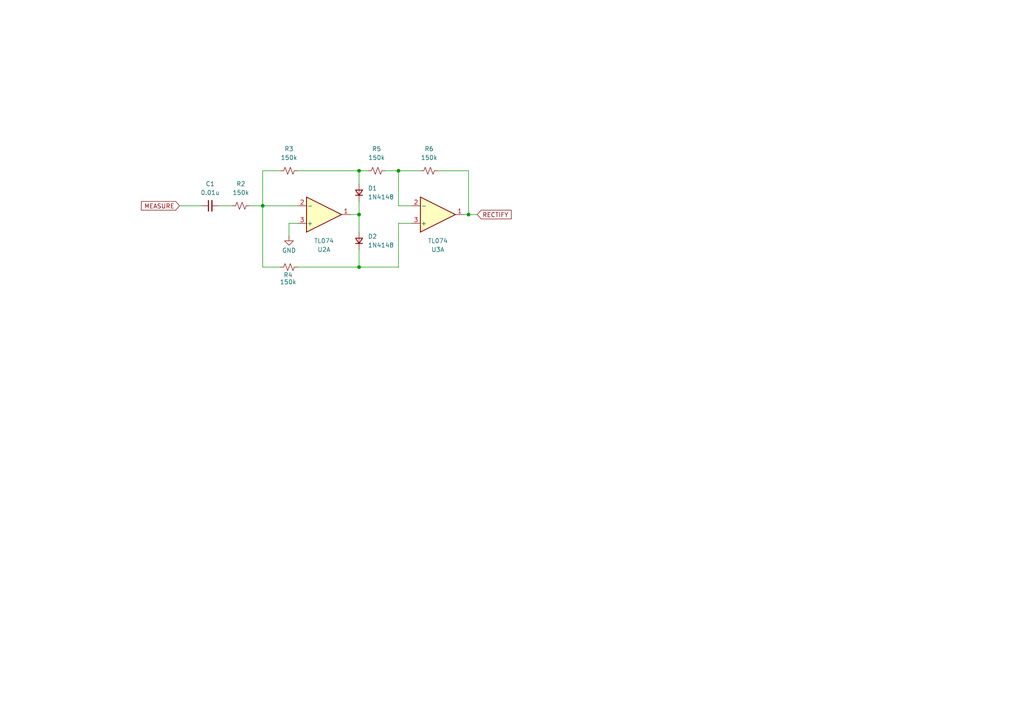
<source format=kicad_sch>
(kicad_sch (version 20231120) (generator "eeschema") (generator_version "8.0")
  (paper "A4")
  (title_block (title "FlexiTrackerEMG") (rev "0.8"))
  (lib_symbols
    (symbol "Amplifier_Operational:TL074" (pin_names (offset 0.127))
      (property "Reference" "U" (at 0 5.08 0))
      (property "Value" "TL074" (at 0 -5.08 0))
      (symbol "TL074_1_1"
        (polyline (pts (xy -5.08 5.08) (xy 5.08 0) (xy -5.08 -5.08) (xy -5.08 5.08)) (stroke (width 0.254)) (fill (type background)))
        (pin output line (at 7.62 0 180) (length 2.54) (name "~") (number "1"))
        (pin input line (at -7.62 -2.54 0) (length 2.54) (name "-") (number "2"))
        (pin input line (at -7.62 2.54 0) (length 2.54) (name "+") (number "3"))
      )
      (symbol "TL074_2_1"
        (polyline (pts (xy -5.08 5.08) (xy 5.08 0) (xy -5.08 -5.08) (xy -5.08 5.08)) (stroke (width 0.254)) (fill (type background)))
        (pin input line (at -7.62 2.54 0) (length 2.54) (name "+") (number "5"))
        (pin input line (at -7.62 -2.54 0) (length 2.54) (name "-") (number "6"))
        (pin output line (at 7.62 0 180) (length 2.54) (name "~") (number "7"))
      )
      (symbol "TL074_3_1"
        (polyline (pts (xy -5.08 5.08) (xy 5.08 0) (xy -5.08 -5.08) (xy -5.08 5.08)) (stroke (width 0.254)) (fill (type background)))
        (pin input line (at -7.62 2.54 0) (length 2.54) (name "+") (number "10"))
        (pin output line (at 7.62 0 180) (length 2.54) (name "~") (number "8"))
        (pin input line (at -7.62 -2.54 0) (length 2.54) (name "-") (number "9"))
      )
      (symbol "TL074_4_1"
        (polyline (pts (xy -5.08 5.08) (xy 5.08 0) (xy -5.08 -5.08) (xy -5.08 5.08)) (stroke (width 0.254)) (fill (type background)))
        (pin input line (at -7.62 2.54 0) (length 2.54) (name "+") (number "12"))
        (pin input line (at -7.62 -2.54 0) (length 2.54) (name "-") (number "13"))
        (pin output line (at 7.62 0 180) (length 2.54) (name "~") (number "14"))
      )
      (symbol "TL074_5_1"
        (pin power_in line (at -2.54 -7.62 90) (length 3.81) (name "V-") (number "11"))
        (pin power_in line (at -2.54 7.62 270) (length 3.81) (name "V+") (number "4"))
      )
    )
    (symbol "Device:C_Small" (pin_numbers hide) (pin_names (offset 0.254) hide)
      (property "Reference" "C" (at 0.254 1.778 0))
      (property "Value" "C_Small" (at 0.254 -2.032 0))
      (symbol "C_Small_0_1"
        (polyline (pts (xy -1.524 -0.508) (xy 1.524 -0.508)) (stroke (width 0.3302)))
        (polyline (pts (xy -1.524 0.508) (xy 1.524 0.508)) (stroke (width 0.3048)))
      )
      (symbol "C_Small_1_1"
        (pin passive line (at 0 2.54 270) (length 2.032) (name "~") (number "1"))
        (pin passive line (at 0 -2.54 90) (length 2.032) (name "~") (number "2"))
      )
    )
    (symbol "Device:D_Small" (pin_numbers hide) (pin_names (offset 0.254) hide)
      (property "Reference" "D" (at -1.27 2.032 0))
      (property "Value" "D_Small" (at -3.81 -2.032 0))
      (symbol "D_Small_0_1"
        (polyline (pts (xy -0.762 -1.016) (xy -0.762 1.016)) (stroke (width 0.254)))
        (polyline (pts (xy -0.762 0) (xy 0.762 0)))
        (polyline (pts (xy 0.762 -1.016) (xy -0.762 0) (xy 0.762 1.016) (xy 0.762 -1.016)) (stroke (width 0.254)))
      )
      (symbol "D_Small_1_1"
        (pin passive line (at -2.54 0 0) (length 1.778) (name "K") (number "1"))
        (pin passive line (at 2.54 0 180) (length 1.778) (name "A") (number "2"))
      )
    )
    (symbol "Device:R_Small_US" (pin_numbers hide) (pin_names (offset 0.254) hide)
      (property "Reference" "R" (at 0.762 0.508 0))
      (property "Value" "R_Small_US" (at 0.762 -1.016 0))
      (symbol "R_Small_US_1_1"
        (polyline (pts (xy 0 0) (xy 1.016 -0.381) (xy 0 -0.762) (xy -1.016 -1.143) (xy 0 -1.524)))
        (polyline (pts (xy 0 1.524) (xy 1.016 1.143) (xy 0 0.762) (xy -1.016 0.381) (xy 0 0)))
        (pin passive line (at 0 2.54 270) (length 1.016) (name "~") (number "1"))
        (pin passive line (at 0 -2.54 90) (length 1.016) (name "~") (number "2"))
      )
    )
    (symbol "power:GND" (power) (pin_numbers hide) (pin_names (offset 0) hide)
      (property "Value" "GND" (at 0 -3.81 0))
      (symbol "GND_0_1"
        (polyline (pts (xy 0 0) (xy 0 -1.27) (xy 1.27 -1.27) (xy 0 -2.54) (xy -1.27 -1.27) (xy 0 -1.27)))
      )
      (symbol "GND_1_1"
        (pin power_in line (at 0 0 270) (length 0) (name "~") (number "1"))
      )
    )
  )
  (junction (at 135.89 62.23))
  (junction (at 104.14 62.23))
  (junction (at 76.2 59.69))
  (junction (at 115.57 49.53))
  (junction (at 104.14 77.47))
  (junction (at 104.14 49.53))
  (wire (pts (xy 63.5 59.69) (xy 67.31 59.69)))
  (wire (pts (xy 104.14 49.53) (xy 104.14 53.34)))
  (wire (pts (xy 104.14 72.39) (xy 104.14 77.47)))
  (wire (pts (xy 134.62 62.23) (xy 135.89 62.23)))
  (wire (pts (xy 111.76 49.53) (xy 115.57 49.53)))
  (wire (pts (xy 83.82 64.77) (xy 83.82 68.58)))
  (wire (pts (xy 115.57 49.53) (xy 115.57 59.69)))
  (wire (pts (xy 115.57 49.53) (xy 121.92 49.53)))
  (wire (pts (xy 127 49.53) (xy 135.89 49.53)))
  (wire (pts (xy 135.89 49.53) (xy 135.89 62.23)))
  (wire (pts (xy 104.14 49.53) (xy 106.68 49.53)))
  (wire (pts (xy 104.14 67.31) (xy 104.14 62.23)))
  (wire (pts (xy 86.36 77.47) (xy 104.14 77.47)))
  (wire (pts (xy 72.39 59.69) (xy 76.2 59.69)))
  (wire (pts (xy 115.57 64.77) (xy 115.57 77.47)))
  (wire (pts (xy 76.2 59.69) (xy 76.2 77.47)))
  (wire (pts (xy 135.89 62.23) (xy 138.43 62.23)))
  (wire (pts (xy 86.36 49.53) (xy 104.14 49.53)))
  (wire (pts (xy 104.14 62.23) (xy 101.6 62.23)))
  (wire (pts (xy 76.2 77.47) (xy 81.28 77.47)))
  (wire (pts (xy 115.57 59.69) (xy 119.38 59.69)))
  (wire (pts (xy 76.2 49.53) (xy 76.2 59.69)))
  (wire (pts (xy 52.07 59.69) (xy 58.42 59.69)))
  (wire (pts (xy 76.2 49.53) (xy 81.28 49.53)))
  (wire (pts (xy 104.14 58.42) (xy 104.14 62.23)))
  (wire (pts (xy 76.2 59.69) (xy 86.36 59.69)))
  (wire (pts (xy 119.38 64.77) (xy 115.57 64.77)))
  (wire (pts (xy 104.14 77.47) (xy 115.57 77.47)))
  (wire (pts (xy 86.36 64.77) (xy 83.82 64.77)))
  (global_label "RECTIFY" (shape input) (at 138.43 62.23 0) (property "Intersheetrefs" "${INTERSHEET_REFS}" (effects (hide yes))))
  (global_label "MEASURE" (shape input) (at 52.07 59.69 180) (property "Intersheetrefs" "${INTERSHEET_REFS}" (effects (hide yes))))
  (symbol (lib_id "Device:R_Small_US") (at 83.82 77.47 90) (unit 1)
    (property "Reference" "R4" (at 83.566 79.756 90))
    (property "Value" "150k" (at 83.566 81.788 90))
    (property "Description" "Resistor, small US symbol" (effects (hide yes)))
  )
  (symbol (lib_id "Device:R_Small_US") (at 109.22 49.53 90) (unit 1)
    (property "Reference" "R5" (at 109.22 43.18 90))
    (property "Value" "150k" (at 109.22 45.72 90))
    (property "Description" "Resistor, small US symbol" (effects (hide yes)))
  )
  (symbol (lib_id "Amplifier_Operational:TL074") (at 127 62.23 0) (mirror x) (unit 1)
    (property "Reference" "U3" (at 127 72.39 0))
    (property "Value" "TL074" (at 127 69.85 0))
    (property "Datasheet" "http://www.ti.com/lit/ds/symlink/tl071.pdf" (effects (hide yes)))
    (property "Description" "Quad Low-Noise JFET-Input Operational Amplifiers, DIP-14/SOIC-14" (effects (hide yes)))
  )
  (symbol (lib_id "Device:D_Small") (at 104.14 69.85 90) (unit 1)
    (property "Reference" "D2" (at 106.68 68.5799 90) (effects (justify right)))
    (property "Value" "1N4148" (at 106.68 71.1199 90) (effects (justify right)))
    (property "Description" "Diode, small symbol" (effects (hide yes)))
    (property "Sim.Device" "D" (effects (hide yes)))
    (property "Sim.Pins" "1=K 2=A" (effects (hide yes)))
  )
  (symbol (lib_id "Device:D_Small") (at 104.14 55.88 90) (unit 1)
    (property "Reference" "D1" (at 106.68 54.6099 90) (effects (justify right)))
    (property "Value" "1N4148" (at 106.68 57.1499 90) (effects (justify right)))
    (property "Description" "Diode, small symbol" (effects (hide yes)))
    (property "Sim.Device" "D" (effects (hide yes)))
    (property "Sim.Pins" "1=K 2=A" (effects (hide yes)))
  )
  (symbol (lib_id "Device:R_Small_US") (at 124.46 49.53 90) (unit 1)
    (property "Reference" "R6" (at 124.46 43.18 90))
    (property "Value" "150k" (at 124.46 45.72 90))
    (property "Description" "Resistor, small US symbol" (effects (hide yes)))
  )
  (symbol (lib_id "Amplifier_Operational:TL074") (at 93.98 62.23 0) (mirror x) (unit 1)
    (property "Reference" "U2" (at 93.98 72.39 0))
    (property "Value" "TL074" (at 93.98 69.85 0))
    (property "Datasheet" "http://www.ti.com/lit/ds/symlink/tl071.pdf" (effects (hide yes)))
    (property "Description" "Quad Low-Noise JFET-Input Operational Amplifiers, DIP-14/SOIC-14" (effects (hide yes)))
  )
  (symbol (lib_id "power:GND") (at 83.82 68.58 0) (unit 1)
    (property "Reference" "#PWR02" (effects (hide yes)))
    (property "Value" "GND" (at 83.82 72.644 0))
    (property "Description" "Power symbol creates a global label with name \"GND\" , ground" (effects (hide yes)))
  )
  (symbol (lib_id "Device:R_Small_US") (at 69.85 59.69 90) (unit 1)
    (property "Reference" "R2" (at 69.85 53.34 90))
    (property "Value" "150k" (at 69.85 55.88 90))
    (property "Description" "Resistor, small US symbol" (effects (hide yes)))
  )
  (symbol (lib_id "Device:C_Small") (at 60.96 59.69 90) (unit 1)
    (property "Reference" "C1" (at 60.9663 53.34 90))
    (property "Value" "0.01u" (at 60.9663 55.88 90))
    (property "Description" "Unpolarized capacitor, small symbol" (effects (hide yes)))
  )
  (symbol (lib_id "Device:R_Small_US") (at 83.82 49.53 90) (unit 1)
    (property "Reference" "R3" (at 83.82 43.18 90))
    (property "Value" "150k" (at 83.82 45.72 90))
    (property "Description" "Resistor, small US symbol" (effects (hide yes)))
  )
)
</source>
